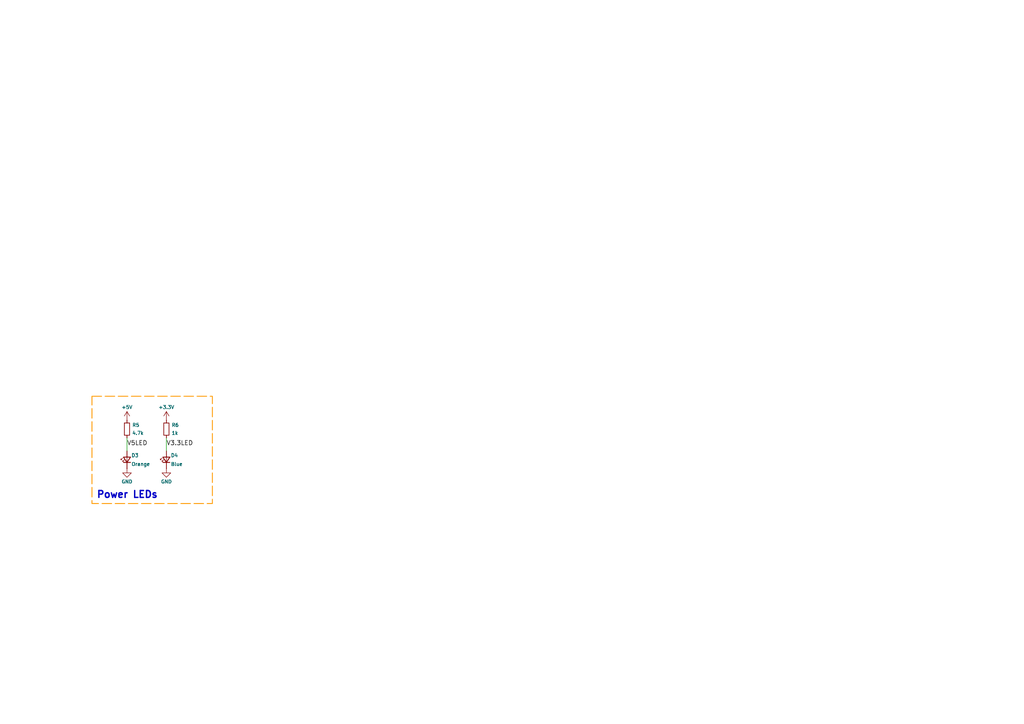
<source format=kicad_sch>
(kicad_sch (version 20250114) (generator "eeschema") (generator_version "9.0")
  (paper "A4")
  (lib_symbols
    (symbol "Device:LED_Small" (pin_numbers (hide yes)) (pin_names (offset 0.254) (hide yes))
      (property "Reference" "D" (at -1.27 3.175 0))
      (property "Value" "LED_Small" (at -4.445 -2.54 0))
      (symbol "LED_Small_0_1"
        (polyline (pts (xy -0.762 -1.016) (xy -0.762 1.016)) (stroke (width 0.254)))
        (polyline (pts (xy 0 0.762) (xy -0.508 1.27) (xy -0.254 1.27) (xy -0.508 1.27) (xy -0.508 1.016)))
        (polyline (pts (xy 0.508 1.27) (xy 0 1.778) (xy 0.254 1.778) (xy 0 1.778) (xy 0 1.524)))
        (polyline (pts (xy 0.762 -1.016) (xy -0.762 0) (xy 0.762 1.016) (xy 0.762 -1.016)) (stroke (width 0.254)))
        (polyline (pts (xy 1.016 0) (xy -0.762 0)))
      )
      (symbol "LED_Small_1_1"
        (pin passive line (at -2.54 0 0) (length 1.778) (name "K") (number "1"))
        (pin passive line (at 2.54 0 180) (length 1.778) (name "A") (number "2"))
      )
    )
    (symbol "Device:R_Small" (pin_numbers (hide yes)) (pin_names (offset 0.254) (hide yes))
      (property "Reference" "R" (at 0.762 0.508 0))
      (property "Value" "R_Small" (at 0.762 -1.016 0))
      (symbol "R_Small_0_1"
        (rectangle (start -0.762 1.778) (end 0.762 -1.778) (stroke (width 0.2032)))
      )
      (symbol "R_Small_1_1"
        (pin passive line (at 0 2.54 270) (length 0.762) (name "~") (number "1"))
        (pin passive line (at 0 -2.54 90) (length 0.762) (name "~") (number "2"))
      )
    )
    (symbol "power:+3.3V" (power) (pin_numbers (hide yes)) (pin_names (offset 0) (hide yes))
      (property "Value" "+3.3V" (at 0 3.556 0))
      (symbol "+3.3V_0_1"
        (polyline (pts (xy -0.762 1.27) (xy 0 2.54)))
        (polyline (pts (xy 0 2.54) (xy 0.762 1.27)))
        (polyline (pts (xy 0 0) (xy 0 2.54)))
      )
      (symbol "+3.3V_1_1"
        (pin power_in line (at 0 0 90) (length 0) (name "~") (number "1"))
      )
    )
    (symbol "power:+5V" (power) (pin_numbers (hide yes)) (pin_names (offset 0) (hide yes))
      (property "Value" "+5V" (at 0 3.556 0))
      (symbol "+5V_0_1"
        (polyline (pts (xy -0.762 1.27) (xy 0 2.54)))
        (polyline (pts (xy 0 2.54) (xy 0.762 1.27)))
        (polyline (pts (xy 0 0) (xy 0 2.54)))
      )
      (symbol "+5V_1_1"
        (pin power_in line (at 0 0 90) (length 0) (name "~") (number "1"))
      )
    )
    (symbol "power:GND" (power) (pin_numbers (hide yes)) (pin_names (offset 0) (hide yes))
      (property "Value" "GND" (at 0 -3.81 0))
      (symbol "GND_0_1"
        (polyline (pts (xy 0 0) (xy 0 -1.27) (xy 1.27 -1.27) (xy 0 -2.54) (xy -1.27 -1.27) (xy 0 -1.27)))
      )
      (symbol "GND_1_1"
        (pin power_in line (at 0 0 270) (length 0) (name "~") (number "1"))
      )
    )
  )
  (rectangle (start 26.67 114.935) (end 61.595 146.05) (stroke (width 0.254) (type dash) (color 255 153 0 1)))
  (text "Power LEDs" (at 27.94 144.78 0) (effects (font (size 2 2) (thickness 0.4) (bold yes)) (justify left bottom)))
  (wire (pts (xy 48.26 130.81) (xy 48.26 127)))
  (wire (pts (xy 36.83 130.81) (xy 36.83 127)))
  (label "V3.3LED" (at 48.26 129.54 0))
  (label "V5LED" (at 36.83 129.54 0))
  (symbol (lib_id "power:GND") (at 48.26 135.89 0) (unit 1)
    (property "Reference" "#PWR028" (effects (hide yes)))
    (property "Value" "GND" (at 48.26 139.7 0) (effects (font (size 1 1))))
  )
  (symbol (lib_id "Device:R_Small") (at 48.26 124.46 0) (unit 1)
    (property "Reference" "R6" (at 49.7586 123.2916 0) (effects (font (size 1 1)) (justify left)))
    (property "Value" "1k" (at 49.7586 125.603 0) (effects (font (size 1 1)) (justify left)))
    (property "Footprint" "Resistor_SMD:R_0603_1608Metric" (effects (hide yes)))
    (property "Datasheet" "https://www.vishay.com/docs/20035/dcrcwe3.pdf" (effects (hide yes)))
    (property "Description" "Thick Film Resistors - SMD 1/10watt 1.0Kohms 1%" (effects (hide yes)))
    (property "MN" "Vishay" (effects (hide yes)))
    (property "MPN" "CRCW06031K00FKEA" (effects (hide yes)))
    (property "Mouser" "71-CRCW0603-1.0K-E3" (effects (hide yes)))
    (property "Digikey" "541-1.00KHTR-ND" (effects (hide yes)))
    (property "LCSC" "C2907113" (effects (hide yes)))
  )
  (symbol (lib_id "Device:LED_Small") (at 48.26 133.35 90) (unit 1)
    (property "Reference" "D4" (at 49.53 132.08 90) (effects (font (size 1 1)) (justify right)))
    (property "Value" "Blue" (at 49.53 134.62 90) (effects (font (size 1 1)) (justify right)))
    (property "Footprint" "LED_SMD:LED_0603_1608Metric" (effects (hide yes)))
    (property "Datasheet" "https://optoelectronics.liteon.com/upload/download/DS22-2000-228/LTST-C191KGKT.PDF" (effects (hide yes)))
    (property "Description" "20mA 240mcd Colorless Blue 120° 70mW 3.3V 0603" (effects (hide yes)))
    (property "MN" "XINGLIGHT" (effects (hide yes)))
    (property "MPN" "XL-1608UBC-04" (effects (hide yes)))
    (property "Mouser" "710-150060BS75020" (effects (hide yes)))
    (property "Digikey" "5962-XL-1608UBC-04TR-ND" (effects (hide yes)))
    (property "LCSC" "C965807" (effects (hide yes)))
  )
  (symbol (lib_id "power:+5V") (at 36.83 121.92 0) (unit 1)
    (property "Reference" "#PWR025" (effects (hide yes)))
    (property "Value" "+5V" (at 36.83 118.11 0) (effects (font (size 1 1))))
  )
  (symbol (lib_id "Device:R_Small") (at 36.83 124.46 0) (unit 1)
    (property "Reference" "R5" (at 38.3286 123.2916 0) (effects (font (size 1 1)) (justify left)))
    (property "Value" "4.7k" (at 38.3286 125.603 0) (effects (font (size 1 1)) (justify left)))
    (property "Footprint" "Resistor_SMD:R_0603_1608Metric" (effects (hide yes)))
    (property "Datasheet" "https://www.vishay.com/docs/28773/crcwce3.pdf" (effects (hide yes)))
    (property "Description" "Thick Film Resistors - SMD 1/10Watt 4.7Kohms 5% Commercial Use" (effects (hide yes)))
    (property "MN" "FOJAN" (effects (hide yes)))
    (property "MPN" "FRC0603J472 TS" (effects (hide yes)))
    (property "Mouser" "71-CRCW06034K70JNEAC" (effects (hide yes)))
    (property "Digikey" "541-3993-2-ND" (effects (hide yes)))
    (property "LCSC" "C2907166" (effects (hide yes)))
  )
  (symbol (lib_id "Device:LED_Small") (at 36.83 133.35 90) (unit 1)
    (property "Reference" "D3" (at 38.1 132.08 90) (effects (font (size 1 1)) (justify right)))
    (property "Value" "Orange" (at 38.1 134.62 90) (effects (font (size 1 1)) (justify right)))
    (property "Footprint" "LED_SMD:LED_0603_1608Metric" (effects (hide yes)))
    (property "Datasheet" "https://optoelectronics.liteon.com/upload/download/DS22-2000-228/LTST-C191KGKT.PDF" (effects (hide yes)))
    (property "Description" "20mA 315mcd Colorless Orange 120° 50mW 2.3V 0603" (effects (hide yes)))
    (property "MN" "XINGLIGHT" (effects (hide yes)))
    (property "MPN" "XL-1608UOC-06" (effects (hide yes)))
    (property "Mouser" "859-LTST-C190KFKT" (effects (hide yes)))
    (property "Digikey" "5962-XL-1608UOC-06TR-ND" (effects (hide yes)))
    (property "LCSC" "C965800" (effects (hide yes)))
  )
  (symbol (lib_id "power:+3.3V") (at 48.26 121.92 0) (unit 1)
    (property "Reference" "#PWR026" (effects (hide yes)))
    (property "Value" "+3.3V" (at 48.26 118.11 0) (effects (font (size 1 1))))
  )
  (symbol (lib_id "power:GND") (at 36.83 135.89 0) (unit 1)
    (property "Reference" "#PWR027" (effects (hide yes)))
    (property "Value" "GND" (at 36.83 139.7 0) (effects (font (size 1 1))))
  )
)
</source>
